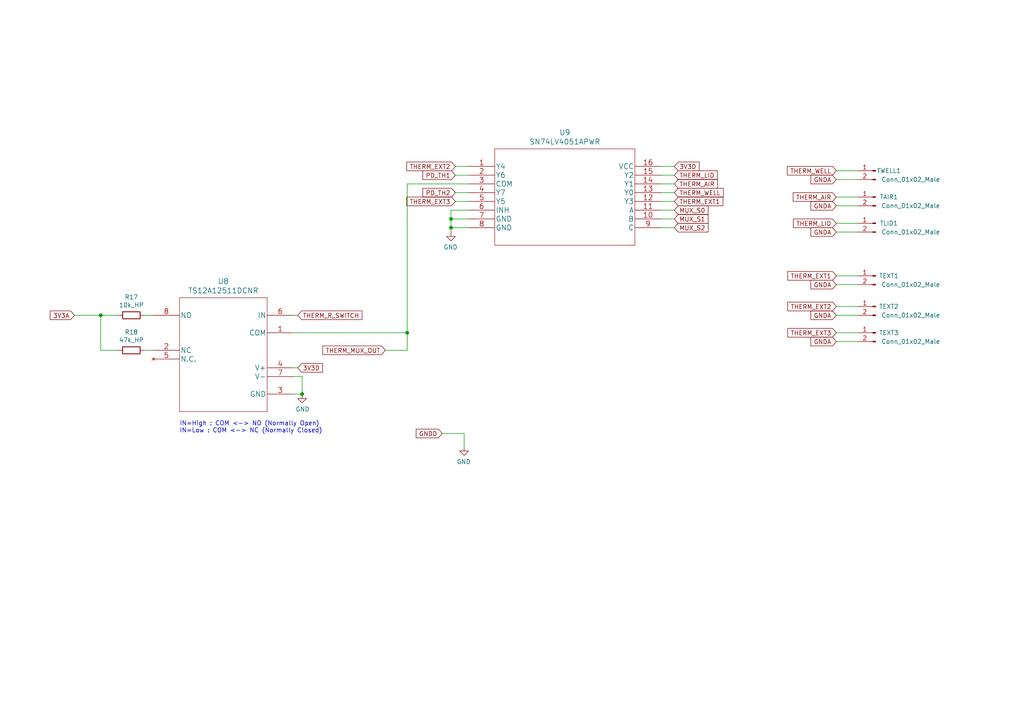
<source format=kicad_sch>
(kicad_sch (version 20211123) (generator eeschema)
  (paper "A4")
  (lib_symbols
    (symbol "Connector:Conn_01x02_Male" (pin_names (offset 1.016) hide)
      (property "Reference" "J" (at 0 2.54 0))
      (property "Value" "Conn_01x02_Male" (at 0 -5.08 0))
      (symbol "Conn_01x02_Male_1_1"
        (polyline (pts (xy 1.27 -2.54) (xy 0.8636 -2.54)) (stroke (width 0.1524)))
        (polyline (pts (xy 1.27 0) (xy 0.8636 0)) (stroke (width 0.1524)))
        (rectangle (start 0.8636 -2.413) (end 0 -2.667) (stroke (width 0.1524)) (fill (type outline)))
        (rectangle (start 0.8636 0.127) (end 0 -0.127) (stroke (width 0.1524)) (fill (type outline)))
        (pin passive line (at 5.08 0 180) (length 3.81) (name "Pin_1") (number "1"))
        (pin passive line (at 5.08 -2.54 180) (length 3.81) (name "Pin_2") (number "2"))
      )
    )
    (symbol "Device:R" (pin_numbers hide) (pin_names (offset 0))
      (property "Reference" "R" (at 2.032 0 90))
      (property "Value" "R" (at 0 0 90))
      (symbol "R_0_1"
        (rectangle (start -1.016 -2.54) (end 1.016 2.54) (stroke (width 0.254)))
      )
      (symbol "R_1_1"
        (pin passive line (at 0 3.81 270) (length 1.27) (name "~") (number "1"))
        (pin passive line (at 0 -3.81 90) (length 1.27) (name "~") (number "2"))
      )
    )
    (symbol "Ninja-qPCR:SN74LV4051APWR" (pin_names (offset 0.254))
      (property "Reference" "U" (at 27.94 10.16 0))
      (property "Value" "Ninja-qPCR_SN74LV4051APWR" (at 27.94 7.62 0))
      (symbol "SN74LV4051APWR_1_1"
        (polyline (pts (xy 7.62 -22.86) (xy 48.26 -22.86)) (stroke (width 0.127)))
        (polyline (pts (xy 7.62 5.08) (xy 7.62 -22.86)) (stroke (width 0.127)))
        (polyline (pts (xy 48.26 -22.86) (xy 48.26 5.08)) (stroke (width 0.127)))
        (polyline (pts (xy 48.26 5.08) (xy 7.62 5.08)) (stroke (width 0.127)))
        (pin output line (at 0 0 0) (length 7.62) (name "Y4") (number "1"))
        (pin input line (at 55.88 -15.24 180) (length 7.62) (name "B") (number "10"))
        (pin input line (at 55.88 -12.7 180) (length 7.62) (name "A") (number "11"))
        (pin output line (at 55.88 -10.16 180) (length 7.62) (name "Y3") (number "12"))
        (pin output line (at 55.88 -7.62 180) (length 7.62) (name "Y0") (number "13"))
        (pin output line (at 55.88 -5.08 180) (length 7.62) (name "Y1") (number "14"))
        (pin output line (at 55.88 -2.54 180) (length 7.62) (name "Y2") (number "15"))
        (pin power_in line (at 55.88 0 180) (length 7.62) (name "VCC") (number "16"))
        (pin output line (at 0 -2.54 0) (length 7.62) (name "Y6") (number "2"))
        (pin input line (at 0 -5.08 0) (length 7.62) (name "COM") (number "3"))
        (pin output line (at 0 -7.62 0) (length 7.62) (name "Y7") (number "4"))
        (pin output line (at 0 -10.16 0) (length 7.62) (name "Y5") (number "5"))
        (pin input line (at 0 -12.7 0) (length 7.62) (name "INH") (number "6"))
        (pin power_in line (at 0 -15.24 0) (length 7.62) (name "GND") (number "7"))
        (pin power_in line (at 0 -17.78 0) (length 7.62) (name "GND") (number "8"))
        (pin input line (at 55.88 -17.78 180) (length 7.62) (name "C") (number "9"))
      )
    )
    (symbol "Ninja-qPCR:TS12A12511DCNR" (pin_names (offset 0.254))
      (property "Reference" "U" (at 20.32 10.16 0))
      (property "Value" "Ninja-qPCR_TS12A12511DCNR" (at 20.32 7.62 0))
      (symbol "TS12A12511DCNR_1_1"
        (polyline (pts (xy 7.62 -27.94) (xy 33.02 -27.94)) (stroke (width 0.127)))
        (polyline (pts (xy 7.62 5.08) (xy 7.62 -27.94)) (stroke (width 0.127)))
        (polyline (pts (xy 33.02 -27.94) (xy 33.02 5.08)) (stroke (width 0.127)))
        (polyline (pts (xy 33.02 5.08) (xy 7.62 5.08)) (stroke (width 0.127)))
        (pin bidirectional line (at 0 -5.08 0) (length 7.62) (name "COM") (number "1"))
        (pin output line (at 40.64 -10.16 180) (length 7.62) (name "NC") (number "2"))
        (pin power_in line (at 0 -22.86 0) (length 7.62) (name "GND") (number "3"))
        (pin power_in line (at 0 -15.24 0) (length 7.62) (name "V+") (number "4"))
        (pin no_connect line (at 40.64 -12.7 180) (length 7.62) (name "N.C.") (number "5"))
        (pin input line (at 0 0 0) (length 7.62) (name "IN") (number "6"))
        (pin power_in line (at 0 -17.78 0) (length 7.62) (name "V-") (number "7"))
        (pin output line (at 40.64 0 180) (length 7.62) (name "NO") (number "8"))
      )
    )
    (symbol "power:GND" (power) (pin_names (offset 0))
      (property "Value" "GND" (at 0 -3.81 0))
      (symbol "GND_0_1"
        (polyline (pts (xy 0 0) (xy 0 -1.27) (xy 1.27 -1.27) (xy 0 -2.54) (xy -1.27 -1.27) (xy 0 -1.27)))
      )
      (symbol "GND_1_1"
        (pin power_in line (at 0 0 270) (length 0) hide (name "GND") (number "1"))
      )
    )
  )
  (junction (at 87.63 114.3))
  (junction (at 130.81 63.5))
  (junction (at 29.21 91.44))
  (junction (at 130.81 66.04))
  (junction (at 118.11 96.52))
  (wire (pts (xy 34.29 101.6) (xy 29.21 101.6)))
  (wire (pts (xy 130.81 63.5) (xy 135.89 63.5)))
  (wire (pts (xy 242.57 52.07) (xy 248.92 52.07)))
  (wire (pts (xy 135.89 60.96) (xy 130.81 60.96)))
  (wire (pts (xy 135.89 50.8) (xy 132.08 50.8)))
  (wire (pts (xy 132.08 55.88) (xy 135.89 55.88)))
  (wire (pts (xy 242.57 88.9) (xy 248.92 88.9)))
  (wire (pts (xy 87.63 109.22) (xy 87.63 114.3)))
  (wire (pts (xy 242.57 96.52) (xy 248.92 96.52)))
  (wire (pts (xy 132.08 58.42) (xy 135.89 58.42)))
  (wire (pts (xy 85.09 96.52) (xy 118.11 96.52)))
  (wire (pts (xy 135.89 53.34) (xy 118.11 53.34)))
  (wire (pts (xy 41.91 101.6) (xy 44.45 101.6)))
  (wire (pts (xy 195.58 60.96) (xy 191.77 60.96)))
  (wire (pts (xy 248.92 59.69) (xy 242.57 59.69)))
  (wire (pts (xy 130.81 60.96) (xy 130.81 63.5)))
  (wire (pts (xy 195.58 48.26) (xy 191.77 48.26)))
  (wire (pts (xy 87.63 114.3) (xy 85.09 114.3)))
  (wire (pts (xy 195.58 63.5) (xy 191.77 63.5)))
  (wire (pts (xy 135.89 66.04) (xy 130.81 66.04)))
  (wire (pts (xy 86.36 91.44) (xy 85.09 91.44)))
  (wire (pts (xy 248.92 57.15) (xy 242.57 57.15)))
  (wire (pts (xy 134.62 125.73) (xy 134.62 129.54)))
  (wire (pts (xy 195.58 50.8) (xy 191.77 50.8)))
  (wire (pts (xy 21.59 91.44) (xy 29.21 91.44)))
  (wire (pts (xy 195.58 53.34) (xy 191.77 53.34)))
  (wire (pts (xy 248.92 67.31) (xy 242.57 67.31)))
  (wire (pts (xy 242.57 80.01) (xy 248.92 80.01)))
  (wire (pts (xy 29.21 101.6) (xy 29.21 91.44)))
  (wire (pts (xy 29.21 91.44) (xy 34.29 91.44)))
  (wire (pts (xy 195.58 66.04) (xy 191.77 66.04)))
  (wire (pts (xy 242.57 49.53) (xy 248.92 49.53)))
  (wire (pts (xy 195.58 55.88) (xy 191.77 55.88)))
  (wire (pts (xy 130.81 67.31) (xy 130.81 66.04)))
  (wire (pts (xy 242.57 64.77) (xy 248.92 64.77)))
  (wire (pts (xy 85.09 106.68) (xy 86.36 106.68)))
  (wire (pts (xy 128.27 125.73) (xy 134.62 125.73)))
  (wire (pts (xy 242.57 91.44) (xy 248.92 91.44)))
  (wire (pts (xy 248.92 82.55) (xy 242.57 82.55)))
  (wire (pts (xy 242.57 99.06) (xy 248.92 99.06)))
  (wire (pts (xy 44.45 91.44) (xy 41.91 91.44)))
  (wire (pts (xy 111.76 101.6) (xy 118.11 101.6)))
  (wire (pts (xy 118.11 101.6) (xy 118.11 96.52)))
  (wire (pts (xy 85.09 109.22) (xy 87.63 109.22)))
  (wire (pts (xy 118.11 53.34) (xy 118.11 96.52)))
  (wire (pts (xy 132.08 48.26) (xy 135.89 48.26)))
  (wire (pts (xy 130.81 66.04) (xy 130.81 63.5)))
  (wire (pts (xy 195.58 58.42) (xy 191.77 58.42)))
  (text "IN=High : COM <-> NO (Normally Open)\nIN=Low : COM <-> NC (Normally Closed)" (at 52.07 125.73 0) (effects (font (size 1.27 1.27)) (justify left bottom)))
  (global_label "THERM_LID" (shape input) (at 195.58 50.8 0) (property "Intersheet References" "${INTERSHEET_REFS}" (effects hide)))
  (global_label "GNDA" (shape input) (at 242.57 59.69 180) (property "Intersheet References" "${INTERSHEET_REFS}" (effects hide)))
  (global_label "THERM_AIR" (shape input) (at 195.58 53.34 0) (property "Intersheet References" "${INTERSHEET_REFS}" (effects hide)))
  (global_label "MUX_S2" (shape input) (at 195.58 66.04 0) (property "Intersheet References" "${INTERSHEET_REFS}" (effects hide)))
  (global_label "PD_TH2" (shape input) (at 132.08 55.88 180) (property "Intersheet References" "${INTERSHEET_REFS}" (effects hide)))
  (global_label "GNDA" (shape input) (at 242.57 52.07 180) (property "Intersheet References" "${INTERSHEET_REFS}" (effects hide)))
  (global_label "THERM_EXT1" (shape input) (at 242.57 80.01 180) (property "Intersheet References" "${INTERSHEET_REFS}" (effects hide)))
  (global_label "GNDD" (shape input) (at 128.27 125.73 180) (property "Intersheet References" "${INTERSHEET_REFS}" (effects hide)))
  (global_label "THERM_EXT3" (shape input) (at 132.08 58.42 180) (property "Intersheet References" "${INTERSHEET_REFS}" (effects hide)))
  (global_label "GNDA" (shape input) (at 242.57 82.55 180) (property "Intersheet References" "${INTERSHEET_REFS}" (effects hide)))
  (global_label "3V3D" (shape input) (at 195.58 48.26 0) (property "Intersheet References" "${INTERSHEET_REFS}" (effects hide)))
  (global_label "THERM_EXT1" (shape input) (at 195.58 58.42 0) (property "Intersheet References" "${INTERSHEET_REFS}" (effects hide)))
  (global_label "THERM_EXT3" (shape input) (at 242.57 96.52 180) (property "Intersheet References" "${INTERSHEET_REFS}" (effects hide)))
  (global_label "3V3A" (shape input) (at 21.59 91.44 180) (property "Intersheet References" "${INTERSHEET_REFS}" (effects hide)))
  (global_label "THERM_LID" (shape input) (at 242.57 64.77 180) (property "Intersheet References" "${INTERSHEET_REFS}" (effects hide)))
  (global_label "THERM_EXT2" (shape input) (at 242.57 88.9 180) (property "Intersheet References" "${INTERSHEET_REFS}" (effects hide)))
  (global_label "MUX_S0" (shape input) (at 195.58 60.96 0) (property "Intersheet References" "${INTERSHEET_REFS}" (effects hide)))
  (global_label "THERM_EXT2" (shape input) (at 132.08 48.26 180) (property "Intersheet References" "${INTERSHEET_REFS}" (effects hide)))
  (global_label "GNDA" (shape input) (at 242.57 91.44 180) (property "Intersheet References" "${INTERSHEET_REFS}" (effects hide)))
  (global_label "3V3D" (shape input) (at 86.36 106.68 0) (property "Intersheet References" "${INTERSHEET_REFS}" (effects hide)))
  (global_label "GNDA" (shape input) (at 242.57 67.31 180) (property "Intersheet References" "${INTERSHEET_REFS}" (effects hide)))
  (global_label "THERM_AIR" (shape input) (at 242.57 57.15 180) (property "Intersheet References" "${INTERSHEET_REFS}" (effects hide)))
  (global_label "PD_TH1" (shape input) (at 132.08 50.8 180) (property "Intersheet References" "${INTERSHEET_REFS}" (effects hide)))
  (global_label "THERM_MUX_OUT" (shape input) (at 111.76 101.6 180) (property "Intersheet References" "${INTERSHEET_REFS}" (effects hide)))
  (global_label "MUX_S1" (shape input) (at 195.58 63.5 0) (property "Intersheet References" "${INTERSHEET_REFS}" (effects hide)))
  (global_label "THERM_WELL" (shape input) (at 242.57 49.53 180) (property "Intersheet References" "${INTERSHEET_REFS}" (effects hide)))
  (global_label "THERM_R_SWITCH" (shape input) (at 86.36 91.44 0) (property "Intersheet References" "${INTERSHEET_REFS}" (effects hide)))
  (global_label "THERM_WELL" (shape input) (at 195.58 55.88 0) (property "Intersheet References" "${INTERSHEET_REFS}" (effects hide)))
  (global_label "GNDA" (shape input) (at 242.57 99.06 180) (property "Intersheet References" "${INTERSHEET_REFS}" (effects hide)))
  (symbol (lib_id "power:GND") (at 130.81 67.31 0) (mirror y)
    (property "Reference" "#PWR010" (effects hide))
    (property "Value" "GND" (at 130.683 71.7042 0))
  )
  (symbol (lib_id "power:GND") (at 134.62 129.54 0) (mirror y)
    (property "Reference" "#PWR011" (effects hide))
    (property "Value" "GND" (at 134.493 133.9342 0))
  )
  (symbol (lib_id "Ninja-qPCR:TS12A12511DCNR") (at 85.09 91.44 0) (mirror y) (unit 1)
    (property "Reference" "U8" (at 64.77 81.6102 0) (effects (font (size 1.524 1.524))))
    (property "Value" "TS12A12511DCNR" (at 64.77 84.3026 0) (effects (font (size 1.524 1.524))))
    (property "Footprint" "TO_SOT_Packages_SMD:SOT-23-8" (effects hide))
  )
  (symbol (lib_id "Ninja-qPCR:SN74LV4051APWR") (at 135.89 48.26 0) (unit 1)
    (property "Reference" "U9" (at 163.83 38.4302 0) (effects (font (size 1.524 1.524))))
    (property "Value" "SN74LV4051APWR" (at 163.83 41.1226 0) (effects (font (size 1.524 1.524))))
    (property "Footprint" "Ninja-qPCR:SN74LV4051APWR" (effects hide))
  )
  (symbol (lib_id "power:GND") (at 87.63 114.3 0)
    (property "Reference" "#PWR09" (effects hide))
    (property "Value" "GND" (at 87.757 118.6942 0))
  )
  (symbol (lib_id "Device:R") (at 38.1 101.6 90) (mirror x)
    (property "Reference" "R18" (at 38.1 96.3422 90))
    (property "Value" "47k_HP" (at 38.1 98.6536 90))
    (property "Footprint" "Resistors_SMD:R_0603" (effects hide))
  )
  (symbol (lib_id "Device:R") (at 38.1 91.44 90) (mirror x)
    (property "Reference" "R17" (at 38.1 86.1822 90))
    (property "Value" "10k_HP" (at 38.1 88.4936 90))
    (property "Footprint" "Resistors_SMD:R_0603" (effects hide))
  )
  (symbol (lib_id "Connector:Conn_01x02_Male") (at 254 80.01 0) (mirror y)
    (property "Reference" "TEXT1" (at 257.81 80.01 0))
    (property "Value" "Conn_01x02_Male" (at 264.16 82.55 0))
    (property "Footprint" "Pin_Headers:Pin_Header_Straight_1x02_Pitch2.54mm" (effects hide))
  )
  (symbol (lib_id "Connector:Conn_01x02_Male") (at 254 64.77 0) (mirror y)
    (property "Reference" "TLID1" (at 257.81 64.77 0))
    (property "Value" "Conn_01x02_Male" (at 264.16 67.31 0))
    (property "Footprint" "Pin_Headers:Pin_Header_Straight_1x02_Pitch2.54mm" (effects hide))
  )
  (symbol (lib_id "Connector:Conn_01x02_Male") (at 254 88.9 0) (mirror y)
    (property "Reference" "TEXT2" (at 257.81 88.9 0))
    (property "Value" "Conn_01x02_Male" (at 264.16 91.44 0))
    (property "Footprint" "Pin_Headers:Pin_Header_Straight_1x02_Pitch2.54mm" (effects hide))
  )
  (symbol (lib_id "Connector:Conn_01x02_Male") (at 254 57.15 0) (mirror y)
    (property "Reference" "TAIR1" (at 257.81 57.15 0))
    (property "Value" "Conn_01x02_Male" (at 264.16 59.69 0))
    (property "Footprint" "Pin_Headers:Pin_Header_Straight_1x02_Pitch2.54mm" (effects hide))
  )
  (symbol (lib_id "Connector:Conn_01x02_Male") (at 254 49.53 0) (mirror y)
    (property "Reference" "TWELL1" (at 257.81 49.53 0))
    (property "Value" "Conn_01x02_Male" (at 264.16 52.07 0))
    (property "Footprint" "Pin_Headers:Pin_Header_Straight_1x02_Pitch2.54mm" (effects hide))
  )
  (symbol (lib_id "Connector:Conn_01x02_Male") (at 254 96.52 0) (mirror y)
    (property "Reference" "TEXT3" (at 257.81 96.52 0))
    (property "Value" "Conn_01x02_Male" (at 264.16 99.06 0))
    (property "Footprint" "Pin_Headers:Pin_Header_Straight_1x02_Pitch2.54mm" (effects hide))
  )
)
</source>
